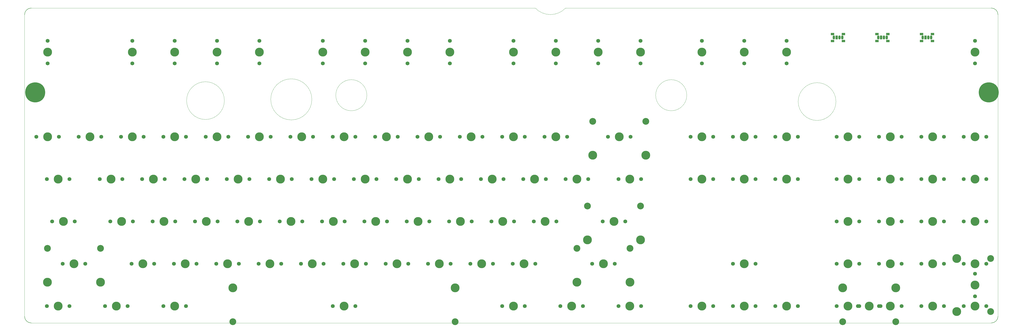
<source format=gbr>
%TF.GenerationSoftware,KiCad,Pcbnew,5.99.0-unknown-ae51e60f70~131~ubuntu21.10.1*%
%TF.CreationDate,2021-10-25T23:50:33-04:00*%
%TF.ProjectId,aek,61656b2e-6b69-4636-9164-5f7063625858,rev?*%
%TF.SameCoordinates,Original*%
%TF.FileFunction,Soldermask,Top*%
%TF.FilePolarity,Negative*%
%FSLAX46Y46*%
G04 Gerber Fmt 4.6, Leading zero omitted, Abs format (unit mm)*
G04 Created by KiCad (PCBNEW 5.99.0-unknown-ae51e60f70~131~ubuntu21.10.1) date 2021-10-25 23:50:33*
%MOMM*%
%LPD*%
G01*
G04 APERTURE LIST*
%TA.AperFunction,Profile*%
%ADD10C,0.150000*%
%TD*%
%TA.AperFunction,Profile*%
%ADD11C,0.050000*%
%TD*%
%ADD12O,1.070000X1.800000*%
%ADD13R,1.500000X1.000000*%
%ADD14R,1.070000X1.800000*%
%ADD15C,9.000000*%
%ADD16C,3.987800*%
%ADD17C,1.750000*%
%ADD18C,3.048000*%
G04 APERTURE END LIST*
D10*
X456882500Y-153432000D02*
G75*
G02*
X453834500Y-156480000I-3048000J0D01*
G01*
X18986500Y-17780000D02*
G75*
G02*
X22034500Y-14732000I3048000J0D01*
G01*
X22034500Y-156480000D02*
G75*
G02*
X18986500Y-153432000I0J3048000D01*
G01*
D11*
X22034500Y-156480000D02*
X453834500Y-156480000D01*
X456882500Y-153432000D02*
X456882500Y-17780000D01*
X18986500Y-17780000D02*
X18986500Y-153432000D01*
X172986500Y-53980000D02*
G75*
G03*
X172986500Y-53980000I-7000000J0D01*
G01*
X148236500Y-55850000D02*
G75*
G03*
X148236500Y-55850000I-9250000J0D01*
G01*
X248692001Y-14731999D02*
X22034500Y-14732000D01*
X262407999Y-14731999D02*
X453834500Y-14732000D01*
X108885512Y-56400000D02*
G75*
G03*
X108885512Y-56400000I-8500000J0D01*
G01*
X262407998Y-14731999D02*
G75*
G02*
X248692001Y-14731999I-6857998J6496633D01*
G01*
X316886500Y-53980000D02*
G75*
G03*
X316886500Y-53980000I-7000000J0D01*
G01*
X383985512Y-56830000D02*
G75*
G03*
X383985512Y-56830000I-8500000J0D01*
G01*
D10*
X453834500Y-14732000D02*
G75*
G02*
X456882500Y-17780000I0J-3048000D01*
G01*
D12*
%TO.C,LED1*%
X385539000Y-28016000D03*
D13*
X382454000Y-26416000D03*
D12*
X382999000Y-28016000D03*
D13*
X382454000Y-29616000D03*
D14*
X384269000Y-28016000D03*
D13*
X387354000Y-29616000D03*
D12*
X386809000Y-28016000D03*
D13*
X387354000Y-26416000D03*
%TD*%
%TO.C,LED2*%
X407354000Y-26416000D03*
D12*
X406809000Y-28016000D03*
D13*
X407354000Y-29616000D03*
D14*
X404269000Y-28016000D03*
D13*
X402454000Y-29616000D03*
D12*
X402999000Y-28016000D03*
D13*
X402454000Y-26416000D03*
D12*
X405539000Y-28016000D03*
%TD*%
%TO.C,LED3*%
X425539000Y-28016000D03*
D13*
X422454000Y-26416000D03*
D12*
X422999000Y-28016000D03*
D13*
X422454000Y-29616000D03*
D14*
X424269000Y-28016000D03*
D13*
X427354000Y-29616000D03*
D12*
X426809000Y-28016000D03*
D13*
X427354000Y-26416000D03*
%TD*%
D15*
%TO.C,H2*%
X452698000Y-52734000D03*
%TD*%
D16*
%TO.C,SW_0*%
X219837000Y-72707500D03*
D17*
X224917000Y-72707500D03*
X214757000Y-72707500D03*
%TD*%
D16*
%TO.C,SW_1*%
X48387000Y-72707500D03*
D17*
X43307000Y-72707500D03*
X53467000Y-72707500D03*
%TD*%
D16*
%TO.C,SW_2*%
X67437000Y-72707500D03*
D17*
X62357000Y-72707500D03*
X72517000Y-72707500D03*
%TD*%
%TO.C,SW_3*%
X81407000Y-72707500D03*
D16*
X86487000Y-72707500D03*
D17*
X91567000Y-72707500D03*
%TD*%
D16*
%TO.C,SW_6*%
X143637000Y-72707500D03*
D17*
X138557000Y-72707500D03*
X148717000Y-72707500D03*
%TD*%
%TO.C,SW_7*%
X167767000Y-72707500D03*
D16*
X162687000Y-72707500D03*
D17*
X157607000Y-72707500D03*
%TD*%
D16*
%TO.C,SW_8*%
X181737000Y-72707500D03*
D17*
X186817000Y-72707500D03*
X176657000Y-72707500D03*
%TD*%
%TO.C,SW_9*%
X195707000Y-72707500D03*
D16*
X200787000Y-72707500D03*
D17*
X205867000Y-72707500D03*
%TD*%
D16*
%TO.C,SW_A1*%
X62674500Y-110807500D03*
D17*
X67754500Y-110807500D03*
X57594500Y-110807500D03*
%TD*%
%TO.C,SW_APOS1*%
X258254500Y-110807500D03*
D16*
X253174500Y-110807500D03*
D17*
X248094500Y-110807500D03*
%TD*%
%TO.C,SW_B1*%
X153479500Y-129857500D03*
X143319500Y-129857500D03*
D16*
X148399500Y-129857500D03*
%TD*%
D17*
%TO.C,SW_BACKSP1*%
X291592000Y-72707500D03*
D18*
X274574000Y-65722500D03*
D16*
X274574000Y-80962500D03*
X286512000Y-72707500D03*
D17*
X281432000Y-72707500D03*
D18*
X298450000Y-65722500D03*
D16*
X298450000Y-80962500D03*
%TD*%
D17*
%TO.C,SW_BKSLS1*%
X296354500Y-91757500D03*
D16*
X291274500Y-91757500D03*
D17*
X286194500Y-91757500D03*
%TD*%
%TO.C,SW_C1*%
X115379500Y-129857500D03*
X105219500Y-129857500D03*
D16*
X110299500Y-129857500D03*
%TD*%
D17*
%TO.C,SW_CAP1*%
X41560750Y-110807500D03*
D16*
X36480750Y-110807500D03*
D17*
X31400750Y-110807500D03*
%TD*%
D16*
%TO.C,SW_COLON1*%
X234124500Y-110807500D03*
D17*
X229044500Y-110807500D03*
X239204500Y-110807500D03*
%TD*%
D16*
%TO.C,SW_COMMA1*%
X205549500Y-129857500D03*
D17*
X200469500Y-129857500D03*
X210629500Y-129857500D03*
%TD*%
%TO.C,SW_D1*%
X95694500Y-110807500D03*
D16*
X100774500Y-110807500D03*
D17*
X105854500Y-110807500D03*
%TD*%
D16*
%TO.C,SW_DEL1*%
X323659500Y-91757500D03*
D17*
X328739500Y-91757500D03*
X318579500Y-91757500D03*
%TD*%
%TO.C,SW_DOWN1*%
X337629500Y-148907500D03*
X347789500Y-148907500D03*
D16*
X342709500Y-148907500D03*
%TD*%
%TO.C,SW_E1*%
X96012000Y-91757500D03*
D17*
X90932000Y-91757500D03*
X101092000Y-91757500D03*
%TD*%
%TO.C,SW_END1*%
X347789500Y-91757500D03*
D16*
X342709500Y-91757500D03*
D17*
X337629500Y-91757500D03*
%TD*%
D18*
%TO.C,SW_ENTER1*%
X272192750Y-103822500D03*
D17*
X279050750Y-110807500D03*
D16*
X284130750Y-110807500D03*
X296068750Y-119062500D03*
D18*
X296068750Y-103822500D03*
D17*
X289210750Y-110807500D03*
D16*
X272192750Y-119062500D03*
%TD*%
D17*
%TO.C,SW_EQ1*%
X252857000Y-72707500D03*
D16*
X257937000Y-72707500D03*
D17*
X263017000Y-72707500D03*
%TD*%
D16*
%TO.C,SW_ESC1*%
X29337000Y-34607500D03*
D17*
X29337000Y-29527500D03*
X29337000Y-39687500D03*
%TD*%
D16*
%TO.C,SW_F1*%
X67437000Y-34607500D03*
D17*
X67437000Y-39687500D03*
X67437000Y-29527500D03*
%TD*%
%TO.C,SW_F2*%
X86487000Y-29527500D03*
X86487000Y-39687500D03*
D16*
X86487000Y-34607500D03*
%TD*%
D17*
%TO.C,SW_F3*%
X105537000Y-29527500D03*
X105537000Y-39687500D03*
D16*
X105537000Y-34607500D03*
%TD*%
D17*
%TO.C,SW_F4*%
X124587000Y-39687500D03*
D16*
X124587000Y-34607500D03*
D17*
X124587000Y-29527500D03*
%TD*%
%TO.C,SW_F5*%
X153162000Y-39687500D03*
D16*
X153162000Y-34607500D03*
D17*
X153162000Y-29527500D03*
%TD*%
D16*
%TO.C,SW_F6*%
X172212000Y-34607500D03*
D17*
X172212000Y-39687500D03*
X172212000Y-29527500D03*
%TD*%
%TO.C,SW_F7*%
X191262000Y-29527500D03*
X191262000Y-39687500D03*
D16*
X191262000Y-34607500D03*
%TD*%
D17*
%TO.C,SW_F8*%
X210312000Y-39687500D03*
D16*
X210312000Y-34607500D03*
D17*
X210312000Y-29527500D03*
%TD*%
%TO.C,SW_F9*%
X238887000Y-29527500D03*
D16*
X238887000Y-34607500D03*
D17*
X238887000Y-39687500D03*
%TD*%
%TO.C,SW_F10*%
X257937000Y-29527500D03*
D16*
X257937000Y-34607500D03*
D17*
X257937000Y-39687500D03*
%TD*%
%TO.C,SW_F11*%
X276987000Y-39687500D03*
X276987000Y-29527500D03*
D16*
X276987000Y-34607500D03*
%TD*%
%TO.C,SW_F12*%
X296037000Y-34607500D03*
D17*
X296037000Y-39687500D03*
X296037000Y-29527500D03*
%TD*%
%TO.C,SW_F13*%
X114744500Y-110807500D03*
X124904500Y-110807500D03*
D16*
X119824500Y-110807500D03*
%TD*%
D17*
%TO.C,SW_G1*%
X143954500Y-110807500D03*
X133794500Y-110807500D03*
D16*
X138874500Y-110807500D03*
%TD*%
%TO.C,SW_H1*%
X157924500Y-110807500D03*
D17*
X163004500Y-110807500D03*
X152844500Y-110807500D03*
%TD*%
%TO.C,SW_HOME1*%
X337629500Y-72707500D03*
D16*
X342709500Y-72707500D03*
D17*
X347789500Y-72707500D03*
%TD*%
D16*
%TO.C,SW_I1*%
X191262000Y-91757500D03*
D17*
X196342000Y-91757500D03*
X186182000Y-91757500D03*
%TD*%
%TO.C,SW_INS1*%
X318579500Y-72707500D03*
D16*
X323659500Y-72707500D03*
D17*
X328739500Y-72707500D03*
%TD*%
%TO.C,SW_J1*%
X171894500Y-110807500D03*
D16*
X176974500Y-110807500D03*
D17*
X182054500Y-110807500D03*
%TD*%
%TO.C,SW_K1*%
X201104500Y-110807500D03*
X190944500Y-110807500D03*
D16*
X196024500Y-110807500D03*
%TD*%
D18*
%TO.C,SW_KP0*%
X410845000Y-155892500D03*
D17*
X393827000Y-148907500D03*
D16*
X386969000Y-140652500D03*
X398907000Y-148907500D03*
D17*
X403987000Y-148907500D03*
D16*
X410845000Y-140652500D03*
D18*
X386969000Y-155892500D03*
%TD*%
D16*
%TO.C,SW_KP1*%
X389382000Y-129857500D03*
D17*
X384302000Y-129857500D03*
X394462000Y-129857500D03*
%TD*%
%TO.C,SW_KP2*%
X413512000Y-129857500D03*
D16*
X408432000Y-129857500D03*
D17*
X403352000Y-129857500D03*
%TD*%
%TO.C,SW_KP3*%
X432562000Y-129857500D03*
X422402000Y-129857500D03*
D16*
X427482000Y-129857500D03*
%TD*%
D17*
%TO.C,SW_KP4*%
X384302000Y-110807500D03*
D16*
X389382000Y-110807500D03*
D17*
X394462000Y-110807500D03*
%TD*%
%TO.C,SW_KP5*%
X413512000Y-110807500D03*
D16*
X408432000Y-110807500D03*
D17*
X403352000Y-110807500D03*
%TD*%
%TO.C,SW_KP6*%
X432562000Y-110807500D03*
X422402000Y-110807500D03*
D16*
X427482000Y-110807500D03*
%TD*%
D17*
%TO.C,SW_KP7*%
X384302000Y-91757500D03*
D16*
X389382000Y-91757500D03*
D17*
X394462000Y-91757500D03*
%TD*%
D16*
%TO.C,SW_KP8*%
X408432000Y-91757500D03*
D17*
X413512000Y-91757500D03*
X403352000Y-91757500D03*
%TD*%
%TO.C,SW_KP9*%
X422402000Y-91757500D03*
D16*
X427482000Y-91757500D03*
D17*
X432562000Y-91757500D03*
%TD*%
D16*
%TO.C,SW_KPASTR1*%
X446532000Y-72707500D03*
D17*
X441452000Y-72707500D03*
X451612000Y-72707500D03*
%TD*%
D16*
%TO.C,SW_KPENTER1*%
X446532000Y-139382500D03*
D17*
X446532000Y-134302500D03*
D16*
X438277000Y-151320500D03*
D17*
X446532000Y-144462500D03*
D16*
X438277000Y-127444500D03*
D18*
X453517000Y-127444500D03*
X453517000Y-151320500D03*
%TD*%
D17*
%TO.C,SW_KPEQ1*%
X413512000Y-72707500D03*
D16*
X408432000Y-72707500D03*
D17*
X403352000Y-72707500D03*
%TD*%
%TO.C,SW_KPMINUS1*%
X441452000Y-91757500D03*
D16*
X446532000Y-91757500D03*
D17*
X451612000Y-91757500D03*
%TD*%
%TO.C,SW_KPPER1*%
X422402000Y-148907500D03*
D16*
X427482000Y-148907500D03*
D17*
X432562000Y-148907500D03*
%TD*%
D16*
%TO.C,SW_KPPLUS1*%
X446532000Y-110807500D03*
D17*
X441452000Y-110807500D03*
X451612000Y-110807500D03*
%TD*%
%TO.C,SW_L1*%
X220154500Y-110807500D03*
X209994500Y-110807500D03*
D16*
X215074500Y-110807500D03*
%TD*%
D17*
%TO.C,SW_LALT1*%
X81407000Y-148907500D03*
D16*
X86487000Y-148907500D03*
D17*
X91567000Y-148907500D03*
%TD*%
%TO.C,SW_LBRAC1*%
X253492000Y-91757500D03*
X243332000Y-91757500D03*
D16*
X248412000Y-91757500D03*
%TD*%
D17*
%TO.C,SW_LCTR1*%
X29019500Y-148907500D03*
X39179500Y-148907500D03*
D16*
X34099500Y-148907500D03*
%TD*%
%TO.C,SW_LEFT1*%
X323659500Y-148907500D03*
D17*
X328739500Y-148907500D03*
X318579500Y-148907500D03*
%TD*%
D16*
%TO.C,SW_LMOD1*%
X60293250Y-148907500D03*
D17*
X65373250Y-148907500D03*
X55213250Y-148907500D03*
%TD*%
D18*
%TO.C,SW_LSH1*%
X29305250Y-122872500D03*
X53181250Y-122872500D03*
D17*
X36163250Y-129857500D03*
D16*
X41243250Y-129857500D03*
D17*
X46323250Y-129857500D03*
D16*
X53181250Y-138112500D03*
X29305250Y-138112500D03*
%TD*%
D17*
%TO.C,SW_M1*%
X191579500Y-129857500D03*
D16*
X186499500Y-129857500D03*
D17*
X181419500Y-129857500D03*
%TD*%
D16*
%TO.C,SW_MINUS1*%
X238887000Y-72707500D03*
D17*
X233807000Y-72707500D03*
X243967000Y-72707500D03*
%TD*%
%TO.C,SW_N1*%
X162369500Y-129857500D03*
X172529500Y-129857500D03*
D16*
X167449500Y-129857500D03*
%TD*%
D17*
%TO.C,SW_O1*%
X205232000Y-91757500D03*
X215392000Y-91757500D03*
D16*
X210312000Y-91757500D03*
%TD*%
D17*
%TO.C,SW_P1*%
X234442000Y-91757500D03*
X224282000Y-91757500D03*
D16*
X229362000Y-91757500D03*
%TD*%
%TO.C,SW_PAUSE1*%
X361759500Y-34607500D03*
D17*
X361759500Y-29527500D03*
X361759500Y-39687500D03*
%TD*%
%TO.C,SW_PERIOD1*%
X229679500Y-129857500D03*
X219519500Y-129857500D03*
D16*
X224599500Y-129857500D03*
%TD*%
%TO.C,SW_PGDN1*%
X361759500Y-91757500D03*
D17*
X356679500Y-91757500D03*
X366839500Y-91757500D03*
%TD*%
D16*
%TO.C,SW_PGUP1*%
X361759500Y-72707500D03*
D17*
X356679500Y-72707500D03*
X366839500Y-72707500D03*
%TD*%
%TO.C,SW_POW1*%
X446532000Y-39687500D03*
X446532000Y-29527500D03*
D16*
X446532000Y-34607500D03*
%TD*%
%TO.C,SW_PRSC1*%
X323659500Y-34607500D03*
D17*
X323659500Y-39687500D03*
X323659500Y-29527500D03*
%TD*%
%TO.C,SW_Q1*%
X62992000Y-91757500D03*
X52832000Y-91757500D03*
D16*
X57912000Y-91757500D03*
%TD*%
D17*
%TO.C,SW_R1*%
X120142000Y-91757500D03*
D16*
X115062000Y-91757500D03*
D17*
X109982000Y-91757500D03*
%TD*%
%TO.C,SW_RALT1*%
X243967000Y-148907500D03*
X233807000Y-148907500D03*
D16*
X238887000Y-148907500D03*
%TD*%
D17*
%TO.C,SW_RBRAC1*%
X262382000Y-91757500D03*
X272542000Y-91757500D03*
D16*
X267462000Y-91757500D03*
%TD*%
D17*
%TO.C,SW_RCTR1*%
X296354500Y-148907500D03*
D16*
X291274500Y-148907500D03*
D17*
X286194500Y-148907500D03*
%TD*%
%TO.C,SW_RIGHT1*%
X356679500Y-148907500D03*
D16*
X361759500Y-148907500D03*
D17*
X366839500Y-148907500D03*
%TD*%
D16*
%TO.C,SW_RMOD1*%
X265080750Y-148907500D03*
D17*
X270160750Y-148907500D03*
X260000750Y-148907500D03*
%TD*%
D16*
%TO.C,SW_RSH1*%
X279368250Y-129857500D03*
D18*
X291306250Y-122872500D03*
D16*
X291306250Y-138112500D03*
D18*
X267430250Y-122872500D03*
D16*
X267430250Y-138112500D03*
D17*
X274288250Y-129857500D03*
X284448250Y-129857500D03*
%TD*%
%TO.C,SW_S1*%
X76644500Y-110807500D03*
D16*
X81724500Y-110807500D03*
D17*
X86804500Y-110807500D03*
%TD*%
%TO.C,SW_SCLK1*%
X342709500Y-29527500D03*
D16*
X342709500Y-34607500D03*
D17*
X342709500Y-39687500D03*
%TD*%
%TO.C,SW_SLASH1*%
X238569500Y-129857500D03*
X248729500Y-129857500D03*
D16*
X243649500Y-129857500D03*
%TD*%
D18*
%TO.C,SW_SPACE1*%
X212686900Y-155892500D03*
D16*
X212686900Y-140652500D03*
D17*
X167767000Y-148907500D03*
D16*
X162687000Y-148907500D03*
D18*
X112687100Y-155892500D03*
D17*
X157607000Y-148907500D03*
D16*
X112687100Y-140652500D03*
%TD*%
%TO.C,SW_T1*%
X134112000Y-91757500D03*
D17*
X129032000Y-91757500D03*
X139192000Y-91757500D03*
%TD*%
%TO.C,SW_TAB1*%
X39179500Y-91757500D03*
X29019500Y-91757500D03*
D16*
X34099500Y-91757500D03*
%TD*%
%TO.C,SW_TICK1*%
X29337000Y-72707500D03*
D17*
X34417000Y-72707500D03*
X24257000Y-72707500D03*
%TD*%
%TO.C,SW_U1*%
X177292000Y-91757500D03*
X167132000Y-91757500D03*
D16*
X172212000Y-91757500D03*
%TD*%
%TO.C,SW_UP1*%
X342709500Y-129857500D03*
D17*
X337629500Y-129857500D03*
X347789500Y-129857500D03*
%TD*%
%TO.C,SW_V1*%
X124269500Y-129857500D03*
X134429500Y-129857500D03*
D16*
X129349500Y-129857500D03*
%TD*%
D17*
%TO.C,SW_W1*%
X71882000Y-91757500D03*
D16*
X76962000Y-91757500D03*
D17*
X82042000Y-91757500D03*
%TD*%
%TO.C,SW_X1*%
X86169500Y-129857500D03*
X96329500Y-129857500D03*
D16*
X91249500Y-129857500D03*
%TD*%
%TO.C,SW_Y1*%
X153162000Y-91757500D03*
D17*
X148082000Y-91757500D03*
X158242000Y-91757500D03*
%TD*%
%TO.C,SW_Z1*%
X67119500Y-129857500D03*
X77279500Y-129857500D03*
D16*
X72199500Y-129857500D03*
%TD*%
D15*
%TO.C,H1*%
X23800000Y-52734000D03*
%TD*%
D17*
%TO.C,SW_4*%
X110617000Y-72707500D03*
D16*
X105537000Y-72707500D03*
D17*
X100457000Y-72707500D03*
%TD*%
%TO.C,SW_5*%
X129667000Y-72707500D03*
X119507000Y-72707500D03*
D16*
X124587000Y-72707500D03*
%TD*%
%TO.C,SW_NUMLK1*%
X389382000Y-72707500D03*
D17*
X384302000Y-72707500D03*
X394462000Y-72707500D03*
%TD*%
%TO.C,SW_KP0X1*%
X413512000Y-148907500D03*
X403352000Y-148907500D03*
D16*
X408432000Y-148907500D03*
%TD*%
D17*
%TO.C,SW_KPENTERALT1*%
X451612000Y-148907500D03*
X441452000Y-148907500D03*
D16*
X446532000Y-148907500D03*
%TD*%
%TO.C,SW_KPSLASH1*%
X427482000Y-72707500D03*
D17*
X432562000Y-72707500D03*
X422402000Y-72707500D03*
%TD*%
%TO.C,SW_KP0ALT1*%
X394462000Y-148907500D03*
D16*
X389382000Y-148907500D03*
D17*
X384302000Y-148907500D03*
%TD*%
%TO.C,SW_KPENTERX1*%
X451612000Y-129857500D03*
X441452000Y-129857500D03*
D16*
X446532000Y-129857500D03*
%TD*%
M02*

</source>
